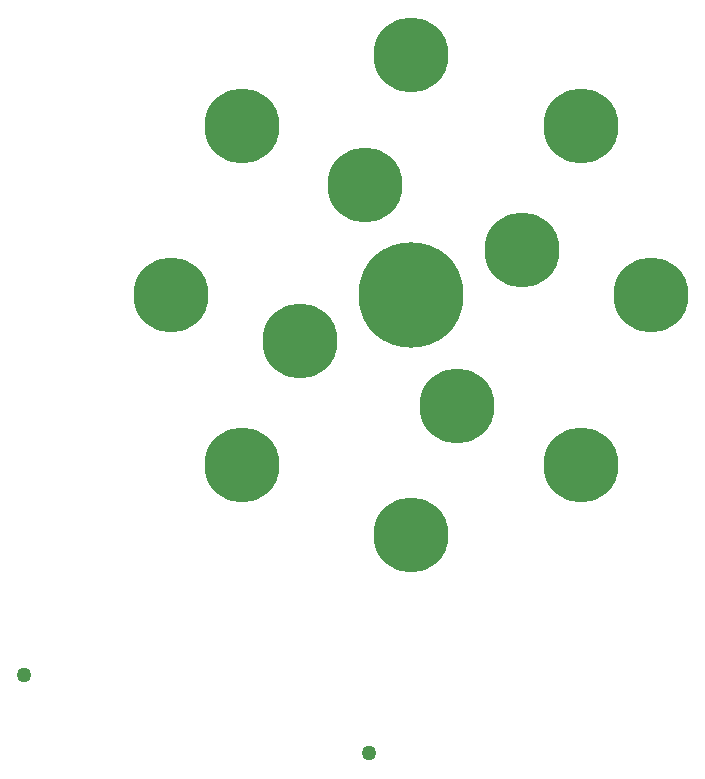
<source format=gbl>
G04*
G04 #@! TF.GenerationSoftware,Altium Limited,Altium Designer,18.1.9 (240)*
G04*
G04 Layer_Physical_Order=2*
G04 Layer_Color=16711680*
%FSTAX25Y25*%
%MOIN*%
G70*
G01*
G75*
%ADD17C,0.25000*%
%ADD18O,0.35000X0.35100*%
%ADD20C,0.05000*%
D17*
X0536955Y0515307D02*
D03*
X0484693Y0536955D02*
D03*
X0463045Y0484693D02*
D03*
X0515307Y0463045D02*
D03*
X058Y05D02*
D03*
X042D02*
D03*
X0556568Y0556568D02*
D03*
X05Y058D02*
D03*
X0443432Y0556568D02*
D03*
Y0443432D02*
D03*
X05Y042D02*
D03*
X0556568Y0443432D02*
D03*
D18*
X05Y05D02*
D03*
D20*
X0486Y03475D02*
D03*
X0371Y03735D02*
D03*
M02*

</source>
